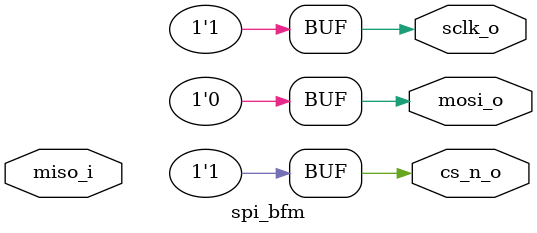
<source format=v>
module spi_bfm
  #(parameter sclk_period = 10)
   (output reg sclk_o = 1'b1,
    output reg mosi_o = 1'b0,
    input      miso_i,
    output reg cs_n_o = 1'b1);

   task send;
      input [7:0] value_i;
      input       cs_n_i;

      integer     idx;
      
      begin
         cs_n_o <= cs_n_i;
         for (idx = 0 ; idx<8 ; idx=idx+1) begin
            mosi_o <= value_i[idx];
            #(sclk_period/2) sclk_o <= 1'b0;
            #(sclk_period/2) sclk_o <= 1'b1;
         end
         cs_n_o <= 1'b1;
      end
   endtask
   
endmodule

                            

</source>
